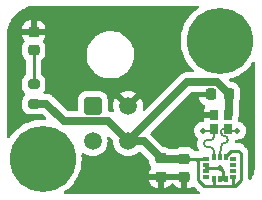
<source format=gtl>
G04 #@! TF.GenerationSoftware,KiCad,Pcbnew,(6.0.11-0)*
G04 #@! TF.CreationDate,2023-06-01T20:00:55-06:00*
G04 #@! TF.ProjectId,LIDPCB,4c494450-4342-42e6-9b69-6361645f7063,rev?*
G04 #@! TF.SameCoordinates,Original*
G04 #@! TF.FileFunction,Copper,L1,Top*
G04 #@! TF.FilePolarity,Positive*
%FSLAX46Y46*%
G04 Gerber Fmt 4.6, Leading zero omitted, Abs format (unit mm)*
G04 Created by KiCad (PCBNEW (6.0.11-0)) date 2023-06-01 20:00:55*
%MOMM*%
%LPD*%
G01*
G04 APERTURE LIST*
G04 Aperture macros list*
%AMRoundRect*
0 Rectangle with rounded corners*
0 $1 Rounding radius*
0 $2 $3 $4 $5 $6 $7 $8 $9 X,Y pos of 4 corners*
0 Add a 4 corners polygon primitive as box body*
4,1,4,$2,$3,$4,$5,$6,$7,$8,$9,$2,$3,0*
0 Add four circle primitives for the rounded corners*
1,1,$1+$1,$2,$3*
1,1,$1+$1,$4,$5*
1,1,$1+$1,$6,$7*
1,1,$1+$1,$8,$9*
0 Add four rect primitives between the rounded corners*
20,1,$1+$1,$2,$3,$4,$5,0*
20,1,$1+$1,$4,$5,$6,$7,0*
20,1,$1+$1,$6,$7,$8,$9,0*
20,1,$1+$1,$8,$9,$2,$3,0*%
G04 Aperture macros list end*
G04 #@! TA.AperFunction,ComponentPad*
%ADD10C,5.600000*%
G04 #@! TD*
G04 #@! TA.AperFunction,SMDPad,CuDef*
%ADD11RoundRect,0.225000X0.250000X-0.225000X0.250000X0.225000X-0.250000X0.225000X-0.250000X-0.225000X0*%
G04 #@! TD*
G04 #@! TA.AperFunction,SMDPad,CuDef*
%ADD12RoundRect,0.225000X-0.250000X0.225000X-0.250000X-0.225000X0.250000X-0.225000X0.250000X0.225000X0*%
G04 #@! TD*
G04 #@! TA.AperFunction,SMDPad,CuDef*
%ADD13R,0.600000X0.350000*%
G04 #@! TD*
G04 #@! TA.AperFunction,SMDPad,CuDef*
%ADD14R,0.350000X0.600000*%
G04 #@! TD*
G04 #@! TA.AperFunction,SMDPad,CuDef*
%ADD15R,0.660400X0.812800*%
G04 #@! TD*
G04 #@! TA.AperFunction,SMDPad,CuDef*
%ADD16RoundRect,0.225000X-0.225000X-0.250000X0.225000X-0.250000X0.225000X0.250000X-0.225000X0.250000X0*%
G04 #@! TD*
G04 #@! TA.AperFunction,SMDPad,CuDef*
%ADD17RoundRect,0.218750X-0.256250X0.218750X-0.256250X-0.218750X0.256250X-0.218750X0.256250X0.218750X0*%
G04 #@! TD*
G04 #@! TA.AperFunction,SMDPad,CuDef*
%ADD18RoundRect,0.200000X-0.275000X0.200000X-0.275000X-0.200000X0.275000X-0.200000X0.275000X0.200000X0*%
G04 #@! TD*
G04 #@! TA.AperFunction,ComponentPad*
%ADD19RoundRect,0.250001X-0.499999X-0.499999X0.499999X-0.499999X0.499999X0.499999X-0.499999X0.499999X0*%
G04 #@! TD*
G04 #@! TA.AperFunction,ComponentPad*
%ADD20C,1.500000*%
G04 #@! TD*
G04 #@! TA.AperFunction,ViaPad*
%ADD21C,0.500000*%
G04 #@! TD*
G04 #@! TA.AperFunction,Conductor*
%ADD22C,0.650000*%
G04 #@! TD*
G04 #@! TA.AperFunction,Conductor*
%ADD23C,0.250000*%
G04 #@! TD*
G04 #@! TA.AperFunction,Conductor*
%ADD24C,0.160000*%
G04 #@! TD*
G04 APERTURE END LIST*
D10*
X103500000Y-113500000D03*
D11*
X115500000Y-115025000D03*
X115500000Y-113475000D03*
D12*
X113500000Y-113450000D03*
X113500000Y-115000000D03*
D13*
X117340000Y-113500000D03*
X117340000Y-114000000D03*
X117340000Y-114500000D03*
X117340000Y-115000000D03*
D14*
X118000000Y-115160000D03*
X118500000Y-115160000D03*
X119000000Y-115160000D03*
D13*
X119660000Y-115000000D03*
X119660000Y-114500000D03*
X119660000Y-114000000D03*
X119660000Y-113500000D03*
D14*
X119000000Y-113340000D03*
X118500000Y-113340000D03*
X118000000Y-113340000D03*
D15*
X119199998Y-109806200D03*
X118000000Y-109806200D03*
X118000000Y-111000000D03*
X119199998Y-111000000D03*
D16*
X117725000Y-108000000D03*
X119275000Y-108000000D03*
D17*
X102750000Y-102712500D03*
X102750000Y-104287500D03*
D10*
X118500000Y-103500000D03*
D18*
X102750000Y-107175000D03*
X102750000Y-108825000D03*
D19*
X107750000Y-109000000D03*
D20*
X110750000Y-109000000D03*
X107750000Y-112000000D03*
X110750000Y-112000000D03*
D21*
X116300000Y-116100000D03*
X116200000Y-109400000D03*
X113600000Y-105200000D03*
X118500000Y-114300000D03*
X120700000Y-106900000D03*
X109100000Y-115000000D03*
X101300000Y-105700000D03*
X120700000Y-109600000D03*
X114700000Y-112000000D03*
X109500000Y-101400000D03*
X117100000Y-111100000D03*
X120000000Y-111100000D03*
D22*
X119275000Y-108000000D02*
X119275000Y-109731198D01*
X102750000Y-108825000D02*
X103825000Y-108825000D01*
D23*
X120075000Y-112790000D02*
X119425000Y-112790000D01*
X119660000Y-115000000D02*
X119660000Y-115640000D01*
X116700000Y-113700000D02*
X116700000Y-115300000D01*
X119425000Y-112790000D02*
X119000000Y-113215000D01*
X117185000Y-115785000D02*
X118000000Y-115785000D01*
D22*
X110750000Y-112000000D02*
X112050000Y-112000000D01*
D23*
X120300000Y-113015000D02*
X120075000Y-112790000D01*
D22*
X110750000Y-112000000D02*
X115750000Y-107000000D01*
X112050000Y-112000000D02*
X113500000Y-113450000D01*
D23*
X118000000Y-115785000D02*
X119515000Y-115785000D01*
X119815000Y-115785000D02*
X120300000Y-115300000D01*
X116500000Y-113500000D02*
X116700000Y-113700000D01*
D22*
X119275000Y-109731198D02*
X119199998Y-109806200D01*
X109050000Y-110300000D02*
X110750000Y-112000000D01*
D23*
X119660000Y-115640000D02*
X119515000Y-115785000D01*
D22*
X118275000Y-107000000D02*
X119275000Y-108000000D01*
D23*
X120300000Y-115300000D02*
X120300000Y-113015000D01*
D22*
X115750000Y-107000000D02*
X118275000Y-107000000D01*
D23*
X116700000Y-115300000D02*
X117185000Y-115785000D01*
X118000000Y-115785000D02*
X118000000Y-115160000D01*
D22*
X115500000Y-113475000D02*
X113525000Y-113475000D01*
D23*
X116500000Y-113500000D02*
X115525000Y-113500000D01*
D22*
X105300000Y-110300000D02*
X109050000Y-110300000D01*
X103825000Y-108825000D02*
X105300000Y-110300000D01*
D23*
X119515000Y-115785000D02*
X119815000Y-115785000D01*
X117340000Y-113500000D02*
X116500000Y-113500000D01*
X118740000Y-114540000D02*
X118500000Y-114300000D01*
X118500000Y-114300000D02*
X117400000Y-114300000D01*
X118740000Y-115160000D02*
X119000000Y-115160000D01*
X117340000Y-114500000D02*
X117340000Y-114240000D01*
X118500000Y-115160000D02*
X118740000Y-115160000D01*
X118740000Y-115160000D02*
X118740000Y-114540000D01*
X117340000Y-114240000D02*
X117340000Y-114000000D01*
X117400000Y-114300000D02*
X117340000Y-114240000D01*
X102750000Y-107175000D02*
X102750000Y-104287500D01*
D24*
X118000000Y-113340000D02*
X118000000Y-112800000D01*
X117100000Y-111100000D02*
X117900000Y-111100000D01*
X117462476Y-111900000D02*
X117700000Y-111900000D01*
X118000000Y-111600000D02*
X118000000Y-111550000D01*
X117700000Y-112500000D02*
X117462476Y-112500000D01*
X118000000Y-111550000D02*
X118000000Y-111000000D01*
X117462476Y-111899976D02*
G75*
G03*
X117162476Y-112200000I24J-300024D01*
G01*
X117162500Y-112200000D02*
G75*
G03*
X117462476Y-112500000I300000J0D01*
G01*
X118000000Y-111600000D02*
G75*
G02*
X117700000Y-111900000I-300000J0D01*
G01*
X117700000Y-112500000D02*
G75*
G02*
X118000000Y-112800000I0J-300000D01*
G01*
X118500000Y-112900000D02*
X118630200Y-112769800D01*
X118630200Y-112769800D02*
X118630200Y-112430200D01*
X118730200Y-111000000D02*
X119199998Y-111000000D01*
X118630200Y-111100000D02*
X118730200Y-111000000D01*
X118630200Y-111230200D02*
X118630200Y-111100000D01*
X119185150Y-111875250D02*
X119185150Y-111830200D01*
X118630200Y-111275250D02*
X118630200Y-111230200D01*
X120000000Y-111100000D02*
X119299998Y-111100000D01*
X118500000Y-113340000D02*
X118500000Y-112900000D01*
X119185225Y-111875250D02*
G75*
G02*
X118907675Y-112152725I-277525J50D01*
G01*
X118907675Y-112152700D02*
G75*
G03*
X118630200Y-112430200I25J-277500D01*
G01*
X118907675Y-111552750D02*
G75*
G02*
X119185150Y-111830200I25J-277450D01*
G01*
X118630175Y-111275250D02*
G75*
G03*
X118907675Y-111552725I277525J50D01*
G01*
G04 #@! TA.AperFunction,Conductor*
G36*
X109161632Y-111600179D02*
G01*
X109195672Y-111624419D01*
X109451949Y-111880696D01*
X109485975Y-111943008D01*
X109488375Y-111980772D01*
X109486693Y-112000000D01*
X109505885Y-112219371D01*
X109562880Y-112432076D01*
X109565205Y-112437061D01*
X109653618Y-112626666D01*
X109653621Y-112626671D01*
X109655944Y-112631653D01*
X109659100Y-112636160D01*
X109659101Y-112636162D01*
X109778587Y-112806805D01*
X109782251Y-112812038D01*
X109937962Y-112967749D01*
X109942471Y-112970906D01*
X109942473Y-112970908D01*
X109994038Y-113007014D01*
X110118346Y-113094056D01*
X110317924Y-113187120D01*
X110530629Y-113244115D01*
X110750000Y-113263307D01*
X110969371Y-113244115D01*
X111182076Y-113187120D01*
X111381654Y-113094056D01*
X111505962Y-113007014D01*
X111557527Y-112970908D01*
X111557529Y-112970906D01*
X111562038Y-112967749D01*
X111611425Y-112918362D01*
X111673737Y-112884336D01*
X111744552Y-112889401D01*
X111789615Y-112918362D01*
X112479595Y-113608342D01*
X112513621Y-113670654D01*
X112516500Y-113697437D01*
X112516500Y-113723732D01*
X112527113Y-113826019D01*
X112529295Y-113832559D01*
X112546516Y-113884175D01*
X112581244Y-113988268D01*
X112585096Y-113994492D01*
X112585096Y-113994493D01*
X112603865Y-114024823D01*
X112671248Y-114133713D01*
X112676430Y-114138886D01*
X112680977Y-114144623D01*
X112679170Y-114146055D01*
X112707902Y-114198575D01*
X112702892Y-114269395D01*
X112679501Y-114305853D01*
X112680552Y-114306683D01*
X112667002Y-114323840D01*
X112584996Y-114456880D01*
X112578849Y-114470061D01*
X112529509Y-114618814D01*
X112526642Y-114632190D01*
X112517328Y-114723097D01*
X112517071Y-114728126D01*
X112521475Y-114743124D01*
X112522865Y-114744329D01*
X112530548Y-114746000D01*
X114454947Y-114746000D01*
X114523068Y-114766002D01*
X114526957Y-114768914D01*
X114536548Y-114771000D01*
X115628000Y-114771000D01*
X115696121Y-114791002D01*
X115742614Y-114844658D01*
X115754000Y-114897000D01*
X115754000Y-115964885D01*
X115758475Y-115980124D01*
X115759865Y-115981329D01*
X115767548Y-115983000D01*
X115795438Y-115983000D01*
X115801953Y-115982663D01*
X115894057Y-115973106D01*
X115907456Y-115970212D01*
X116056107Y-115920619D01*
X116069279Y-115914448D01*
X116200188Y-115833440D01*
X116268640Y-115814603D01*
X116336410Y-115835765D01*
X116355586Y-115851490D01*
X116681343Y-116177247D01*
X116688887Y-116185537D01*
X116693000Y-116192018D01*
X116698777Y-116197443D01*
X116742667Y-116238658D01*
X116745509Y-116241413D01*
X116765231Y-116261135D01*
X116768355Y-116263558D01*
X116768359Y-116263562D01*
X116768424Y-116263612D01*
X116777452Y-116271324D01*
X116779935Y-116273656D01*
X116815896Y-116334871D01*
X116813054Y-116405810D01*
X116772310Y-116463952D01*
X116706600Y-116490835D01*
X116693676Y-116491500D01*
X105401120Y-116491500D01*
X105332999Y-116471498D01*
X105286506Y-116417842D01*
X105276402Y-116347568D01*
X105305896Y-116282988D01*
X105336789Y-116257161D01*
X105343207Y-116253350D01*
X105629786Y-116038180D01*
X105891451Y-115793319D01*
X106125140Y-115521630D01*
X106279445Y-115297115D01*
X106297780Y-115270438D01*
X112517000Y-115270438D01*
X112517337Y-115276953D01*
X112526894Y-115369057D01*
X112529788Y-115382456D01*
X112579381Y-115531107D01*
X112585555Y-115544286D01*
X112667788Y-115677173D01*
X112676824Y-115688574D01*
X112787429Y-115798986D01*
X112798840Y-115807998D01*
X112931880Y-115890004D01*
X112945061Y-115896151D01*
X113093814Y-115945491D01*
X113107190Y-115948358D01*
X113198097Y-115957672D01*
X113204513Y-115958000D01*
X113227885Y-115958000D01*
X113243124Y-115953525D01*
X113244329Y-115952135D01*
X113246000Y-115944452D01*
X113246000Y-115939885D01*
X113754000Y-115939885D01*
X113758475Y-115955124D01*
X113759865Y-115956329D01*
X113767548Y-115958000D01*
X113795438Y-115958000D01*
X113801953Y-115957663D01*
X113894057Y-115948106D01*
X113907456Y-115945212D01*
X114056107Y-115895619D01*
X114069286Y-115889445D01*
X114202173Y-115807212D01*
X114213574Y-115798176D01*
X114323986Y-115687571D01*
X114332998Y-115676160D01*
X114384983Y-115591825D01*
X114437756Y-115544332D01*
X114507827Y-115532908D01*
X114572951Y-115561182D01*
X114599387Y-115591638D01*
X114667788Y-115702173D01*
X114676824Y-115713574D01*
X114787429Y-115823986D01*
X114798840Y-115832998D01*
X114931880Y-115915004D01*
X114945061Y-115921151D01*
X115093814Y-115970491D01*
X115107190Y-115973358D01*
X115198097Y-115982672D01*
X115204513Y-115983000D01*
X115227885Y-115983000D01*
X115243124Y-115978525D01*
X115244329Y-115977135D01*
X115246000Y-115969452D01*
X115246000Y-115297115D01*
X115241525Y-115281876D01*
X115240135Y-115280671D01*
X115232452Y-115279000D01*
X114545053Y-115279000D01*
X114476932Y-115258998D01*
X114473043Y-115256086D01*
X114463452Y-115254000D01*
X113772115Y-115254000D01*
X113756876Y-115258475D01*
X113755671Y-115259865D01*
X113754000Y-115267548D01*
X113754000Y-115939885D01*
X113246000Y-115939885D01*
X113246000Y-115272115D01*
X113241525Y-115256876D01*
X113240135Y-115255671D01*
X113232452Y-115254000D01*
X112535115Y-115254000D01*
X112519876Y-115258475D01*
X112518671Y-115259865D01*
X112517000Y-115267548D01*
X112517000Y-115270438D01*
X106297780Y-115270438D01*
X106326190Y-115229101D01*
X106326195Y-115229094D01*
X106328120Y-115226292D01*
X106329732Y-115223298D01*
X106329737Y-115223290D01*
X106496395Y-114913772D01*
X106498017Y-114910760D01*
X106622771Y-114603527D01*
X106631562Y-114581877D01*
X106631564Y-114581872D01*
X106632842Y-114578724D01*
X106731020Y-114234070D01*
X106766787Y-114024823D01*
X106790829Y-113884175D01*
X106790829Y-113884173D01*
X106791401Y-113880828D01*
X106794354Y-113832559D01*
X106813168Y-113524928D01*
X106813278Y-113523131D01*
X106813359Y-113500000D01*
X106793979Y-113142159D01*
X106791393Y-113126367D01*
X106800124Y-113055909D01*
X106845561Y-113001356D01*
X106913278Y-112980029D01*
X106981777Y-112998698D01*
X106988008Y-113002792D01*
X106994038Y-113007014D01*
X107118346Y-113094056D01*
X107317924Y-113187120D01*
X107530629Y-113244115D01*
X107750000Y-113263307D01*
X107969371Y-113244115D01*
X108182076Y-113187120D01*
X108381654Y-113094056D01*
X108505962Y-113007014D01*
X108557527Y-112970908D01*
X108557529Y-112970906D01*
X108562038Y-112967749D01*
X108717749Y-112812038D01*
X108721414Y-112806805D01*
X108840899Y-112636162D01*
X108840900Y-112636160D01*
X108844056Y-112631653D01*
X108846379Y-112626671D01*
X108846382Y-112626666D01*
X108934795Y-112437061D01*
X108937120Y-112432076D01*
X108994115Y-112219371D01*
X109013307Y-112000000D01*
X108994115Y-111780629D01*
X108992693Y-111775323D01*
X108992692Y-111775316D01*
X108984870Y-111746125D01*
X108986560Y-111675149D01*
X109026354Y-111616353D01*
X109091619Y-111588405D01*
X109161632Y-111600179D01*
G37*
G04 #@! TD.AperFunction*
G04 #@! TA.AperFunction,Conductor*
G36*
X121450919Y-105301733D02*
G01*
X121487436Y-105362618D01*
X121491500Y-105394359D01*
X121491500Y-113950633D01*
X121490000Y-113970018D01*
X121487690Y-113984851D01*
X121487690Y-113984855D01*
X121486309Y-113993724D01*
X121488558Y-114010919D01*
X121489391Y-114034863D01*
X121473794Y-114292710D01*
X121471960Y-114307814D01*
X121465272Y-114344308D01*
X121422916Y-114575446D01*
X121420477Y-114588754D01*
X121416836Y-114603526D01*
X121366207Y-114766002D01*
X121331859Y-114876227D01*
X121326466Y-114890445D01*
X121209243Y-115150906D01*
X121202172Y-115164379D01*
X121167328Y-115222017D01*
X121114969Y-115269966D01*
X121044999Y-115281995D01*
X120979633Y-115254286D01*
X120939624Y-115195636D01*
X120933500Y-115156832D01*
X120933500Y-113093767D01*
X120934027Y-113082584D01*
X120935702Y-113075091D01*
X120933562Y-113007014D01*
X120933500Y-113003055D01*
X120933500Y-112975144D01*
X120932995Y-112971144D01*
X120932062Y-112959301D01*
X120930922Y-112923030D01*
X120930673Y-112915111D01*
X120925021Y-112895657D01*
X120921013Y-112876300D01*
X120919468Y-112864070D01*
X120919468Y-112864069D01*
X120918474Y-112856203D01*
X120915555Y-112848830D01*
X120902196Y-112815088D01*
X120898351Y-112803858D01*
X120888229Y-112769017D01*
X120888229Y-112769016D01*
X120886018Y-112761407D01*
X120881985Y-112754588D01*
X120881983Y-112754583D01*
X120875707Y-112743972D01*
X120867012Y-112726224D01*
X120859552Y-112707383D01*
X120836475Y-112675619D01*
X120833564Y-112671613D01*
X120827048Y-112661693D01*
X120808580Y-112630465D01*
X120808578Y-112630462D01*
X120804542Y-112623638D01*
X120790218Y-112609314D01*
X120777383Y-112594287D01*
X120765472Y-112577893D01*
X120731403Y-112549708D01*
X120722625Y-112541720D01*
X120578648Y-112397744D01*
X120571112Y-112389462D01*
X120567000Y-112382982D01*
X120551057Y-112368010D01*
X120517348Y-112336356D01*
X120514506Y-112333601D01*
X120494770Y-112313865D01*
X120491573Y-112311385D01*
X120482551Y-112303680D01*
X120456100Y-112278841D01*
X120450321Y-112273414D01*
X120443375Y-112269595D01*
X120443372Y-112269593D01*
X120432566Y-112263652D01*
X120416047Y-112252801D01*
X120415583Y-112252441D01*
X120400041Y-112240386D01*
X120392772Y-112237241D01*
X120392768Y-112237238D01*
X120359463Y-112222826D01*
X120348813Y-112217609D01*
X120310060Y-112196305D01*
X120290437Y-112191267D01*
X120271734Y-112184863D01*
X120260420Y-112179967D01*
X120260419Y-112179967D01*
X120253145Y-112176819D01*
X120245322Y-112175580D01*
X120245312Y-112175577D01*
X120209476Y-112169901D01*
X120197856Y-112167495D01*
X120162711Y-112158472D01*
X120162710Y-112158472D01*
X120155030Y-112156500D01*
X120134776Y-112156500D01*
X120115065Y-112154949D01*
X120102886Y-112153020D01*
X120095057Y-112151780D01*
X120087165Y-112152526D01*
X120051039Y-112155941D01*
X120039181Y-112156500D01*
X119889219Y-112156500D01*
X119821098Y-112136498D01*
X119774605Y-112082842D01*
X119763828Y-112018127D01*
X119768980Y-111965914D01*
X119795575Y-111900087D01*
X119853536Y-111859087D01*
X119911034Y-111853394D01*
X119948161Y-111858348D01*
X119977035Y-111862201D01*
X119977038Y-111862201D01*
X119984015Y-111863132D01*
X119991026Y-111862494D01*
X119991030Y-111862494D01*
X120146462Y-111848348D01*
X120153483Y-111847709D01*
X120160185Y-111845531D01*
X120160187Y-111845531D01*
X120308623Y-111797301D01*
X120308626Y-111797300D01*
X120315322Y-111795124D01*
X120461490Y-111707990D01*
X120466584Y-111703139D01*
X120466588Y-111703136D01*
X120549248Y-111624419D01*
X120584721Y-111590639D01*
X120678891Y-111448902D01*
X120739319Y-111289825D01*
X120763001Y-111121313D01*
X120763299Y-111100000D01*
X120744331Y-110930892D01*
X120688368Y-110770189D01*
X120682383Y-110760610D01*
X120645726Y-110701949D01*
X120598192Y-110625879D01*
X120478286Y-110505132D01*
X120462039Y-110494821D01*
X120423406Y-110470304D01*
X120334608Y-110413951D01*
X120306416Y-110403912D01*
X120180935Y-110359230D01*
X120180930Y-110359229D01*
X120174300Y-110356868D01*
X120167312Y-110356035D01*
X120167309Y-110356034D01*
X120149779Y-110353944D01*
X120084506Y-110326016D01*
X120044693Y-110267233D01*
X120038698Y-110228830D01*
X120038698Y-110096888D01*
X120051838Y-110040864D01*
X120058813Y-110026813D01*
X120061847Y-110020701D01*
X120063498Y-110014080D01*
X120064409Y-110011604D01*
X120064611Y-110011119D01*
X120064803Y-110010577D01*
X120064957Y-110010053D01*
X120065799Y-110007580D01*
X120068685Y-110001390D01*
X120085897Y-109924387D01*
X120086584Y-109921486D01*
X120104005Y-109851612D01*
X120105658Y-109844984D01*
X120105849Y-109838154D01*
X120106202Y-109835574D01*
X120106397Y-109834491D01*
X120107062Y-109829701D01*
X120108190Y-109824655D01*
X120108500Y-109819110D01*
X120108500Y-109744992D01*
X120108549Y-109741474D01*
X120109016Y-109724752D01*
X120110714Y-109663958D01*
X120109435Y-109657250D01*
X120108906Y-109650681D01*
X120108500Y-109640574D01*
X120108500Y-108696454D01*
X120127240Y-108630338D01*
X120165462Y-108568331D01*
X120165463Y-108568329D01*
X120169302Y-108562101D01*
X120223149Y-108399757D01*
X120233500Y-108298732D01*
X120233500Y-107701268D01*
X120222887Y-107598981D01*
X120168756Y-107436732D01*
X120078752Y-107291287D01*
X119957702Y-107170448D01*
X119812101Y-107080698D01*
X119649757Y-107026851D01*
X119642920Y-107026151D01*
X119642918Y-107026150D01*
X119601599Y-107021917D01*
X119548732Y-107016500D01*
X119522437Y-107016500D01*
X119454316Y-106996498D01*
X119433342Y-106979595D01*
X119349796Y-106896049D01*
X119315770Y-106833737D01*
X119320835Y-106762922D01*
X119363382Y-106706086D01*
X119399328Y-106687326D01*
X119616784Y-106615409D01*
X119708968Y-106584922D01*
X120035066Y-106436311D01*
X120199869Y-106338458D01*
X120340262Y-106255099D01*
X120340267Y-106255096D01*
X120343207Y-106253350D01*
X120355694Y-106243975D01*
X120450713Y-106172632D01*
X120629786Y-106038180D01*
X120891451Y-105793319D01*
X121125140Y-105521630D01*
X121261660Y-105322992D01*
X121316728Y-105278181D01*
X121387281Y-105270256D01*
X121450919Y-105301733D01*
G37*
G04 #@! TD.AperFunction*
G04 #@! TA.AperFunction,Conductor*
G36*
X117921121Y-107853502D02*
G01*
X117967614Y-107907158D01*
X117979000Y-107959500D01*
X117979000Y-108128000D01*
X117958998Y-108196121D01*
X117905342Y-108242614D01*
X117853000Y-108254000D01*
X116785115Y-108254000D01*
X116769876Y-108258475D01*
X116768671Y-108259865D01*
X116767000Y-108267548D01*
X116767000Y-108295438D01*
X116767337Y-108301953D01*
X116776894Y-108394057D01*
X116779788Y-108407456D01*
X116829381Y-108556107D01*
X116835555Y-108569286D01*
X116917788Y-108702173D01*
X116926824Y-108713574D01*
X117037429Y-108823986D01*
X117048840Y-108832998D01*
X117181881Y-108915005D01*
X117201575Y-108924189D01*
X117254859Y-108971107D01*
X117274319Y-109039385D01*
X117253776Y-109107344D01*
X117249149Y-109113948D01*
X117225014Y-109146151D01*
X117216476Y-109161746D01*
X117171322Y-109282194D01*
X117167695Y-109297449D01*
X117162169Y-109348314D01*
X117161800Y-109355128D01*
X117161800Y-109534085D01*
X117166275Y-109549324D01*
X117167665Y-109550529D01*
X117175348Y-109552200D01*
X118128000Y-109552200D01*
X118196121Y-109572202D01*
X118242614Y-109625858D01*
X118254000Y-109678200D01*
X118254000Y-109934200D01*
X118233998Y-110002321D01*
X118180342Y-110048814D01*
X118128000Y-110060200D01*
X117179916Y-110060200D01*
X117164677Y-110064675D01*
X117163472Y-110066065D01*
X117161801Y-110073748D01*
X117161801Y-110217333D01*
X117141799Y-110285454D01*
X117088143Y-110331947D01*
X117048972Y-110342643D01*
X117014166Y-110346301D01*
X116936093Y-110354507D01*
X116929422Y-110356778D01*
X116781673Y-110407075D01*
X116781670Y-110407076D01*
X116775003Y-110409346D01*
X116769005Y-110413036D01*
X116769003Y-110413037D01*
X116636065Y-110494821D01*
X116636063Y-110494823D01*
X116630066Y-110498512D01*
X116508486Y-110617573D01*
X116504675Y-110623487D01*
X116504673Y-110623489D01*
X116427333Y-110743496D01*
X116416304Y-110760610D01*
X116358103Y-110920516D01*
X116336775Y-111089343D01*
X116353381Y-111258699D01*
X116407094Y-111420167D01*
X116410741Y-111426189D01*
X116410742Y-111426191D01*
X116424497Y-111448902D01*
X116495246Y-111565723D01*
X116613455Y-111688132D01*
X116615377Y-111689389D01*
X116654064Y-111746668D01*
X116655685Y-111817646D01*
X116645135Y-111844308D01*
X116640553Y-111852881D01*
X116640550Y-111852889D01*
X116637632Y-111858348D01*
X116586831Y-112025828D01*
X116586225Y-112031981D01*
X116586224Y-112031986D01*
X116572192Y-112174459D01*
X116571721Y-112178553D01*
X116569976Y-112191810D01*
X116568898Y-112200000D01*
X116569976Y-112208189D01*
X116569976Y-112208190D01*
X116571816Y-112222168D01*
X116572287Y-112226262D01*
X116586854Y-112374168D01*
X116637654Y-112541643D01*
X116640570Y-112547099D01*
X116640571Y-112547101D01*
X116712195Y-112681106D01*
X116726666Y-112750613D01*
X116701261Y-112816908D01*
X116644047Y-112858945D01*
X116601072Y-112866500D01*
X116559776Y-112866500D01*
X116540065Y-112864949D01*
X116534516Y-112864070D01*
X116520057Y-112861780D01*
X116512165Y-112862526D01*
X116476039Y-112865941D01*
X116464181Y-112866500D01*
X116445499Y-112866500D01*
X116377378Y-112846498D01*
X116338356Y-112806805D01*
X116332605Y-112797512D01*
X116332601Y-112797507D01*
X116328752Y-112791287D01*
X116207702Y-112670448D01*
X116136675Y-112626666D01*
X116068331Y-112584538D01*
X116068329Y-112584537D01*
X116062101Y-112580698D01*
X115899757Y-112526851D01*
X115892920Y-112526151D01*
X115892918Y-112526150D01*
X115851599Y-112521917D01*
X115798732Y-112516500D01*
X115201268Y-112516500D01*
X115198022Y-112516837D01*
X115198018Y-112516837D01*
X115163917Y-112520375D01*
X115098981Y-112527113D01*
X115092440Y-112529295D01*
X115092441Y-112529295D01*
X114943676Y-112578927D01*
X114943674Y-112578928D01*
X114936732Y-112581244D01*
X114869827Y-112622646D01*
X114803527Y-112641500D01*
X114237011Y-112641500D01*
X114170895Y-112622760D01*
X114170709Y-112622645D01*
X114103544Y-112581244D01*
X114068331Y-112559538D01*
X114068329Y-112559537D01*
X114062101Y-112555698D01*
X113899757Y-112501851D01*
X113892920Y-112501151D01*
X113892918Y-112501150D01*
X113851599Y-112496917D01*
X113798732Y-112491500D01*
X113772437Y-112491500D01*
X113704316Y-112471498D01*
X113683342Y-112454595D01*
X112667910Y-111439163D01*
X112660423Y-111430988D01*
X112660361Y-111430914D01*
X112631945Y-111365852D01*
X112643214Y-111295756D01*
X112667848Y-111260899D01*
X116058342Y-107870405D01*
X116120654Y-107836379D01*
X116147437Y-107833500D01*
X117853000Y-107833500D01*
X117921121Y-107853502D01*
G37*
G04 #@! TD.AperFunction*
G04 #@! TA.AperFunction,Conductor*
G36*
X116668127Y-100528502D02*
G01*
X116714620Y-100582158D01*
X116724724Y-100652432D01*
X116695230Y-100717012D01*
X116664715Y-100742614D01*
X116647193Y-100753101D01*
X116644467Y-100755163D01*
X116644465Y-100755164D01*
X116381243Y-100954238D01*
X116361367Y-100969270D01*
X116100559Y-101215043D01*
X115867819Y-101487546D01*
X115865900Y-101490358D01*
X115865897Y-101490363D01*
X115797120Y-101591187D01*
X115665871Y-101783591D01*
X115497077Y-102099714D01*
X115363411Y-102432218D01*
X115362491Y-102435492D01*
X115362489Y-102435497D01*
X115275607Y-102744591D01*
X115266437Y-102777213D01*
X115265875Y-102780570D01*
X115265875Y-102780571D01*
X115216769Y-103074021D01*
X115207290Y-103130663D01*
X115186661Y-103488434D01*
X115186833Y-103491829D01*
X115186833Y-103491830D01*
X115193019Y-103613945D01*
X115204792Y-103846340D01*
X115205329Y-103849695D01*
X115205330Y-103849701D01*
X115232156Y-104017178D01*
X115261470Y-104200195D01*
X115356033Y-104545859D01*
X115487374Y-104879288D01*
X115488957Y-104882303D01*
X115638472Y-105167087D01*
X115653957Y-105196582D01*
X115655858Y-105199411D01*
X115655864Y-105199421D01*
X115727657Y-105306259D01*
X115853834Y-105494029D01*
X116084665Y-105768150D01*
X116246548Y-105922848D01*
X116274339Y-105949406D01*
X116309769Y-106010930D01*
X116306312Y-106081843D01*
X116265066Y-106139629D01*
X116199126Y-106165943D01*
X116187288Y-106166500D01*
X115790351Y-106166500D01*
X115779808Y-106166058D01*
X115729515Y-106161835D01*
X115722755Y-106162737D01*
X115722754Y-106162737D01*
X115702981Y-106165375D01*
X115651345Y-106172265D01*
X115648344Y-106172628D01*
X115586256Y-106179373D01*
X115576747Y-106180406D01*
X115569963Y-106181143D01*
X115563497Y-106183319D01*
X115560937Y-106183882D01*
X115560413Y-106183975D01*
X115559828Y-106184111D01*
X115559328Y-106184256D01*
X115556772Y-106184884D01*
X115550011Y-106185786D01*
X115475904Y-106212759D01*
X115473083Y-106213747D01*
X115398325Y-106238906D01*
X115392477Y-106242420D01*
X115390096Y-106243520D01*
X115389601Y-106243724D01*
X115389076Y-106243975D01*
X115388604Y-106244232D01*
X115386252Y-106245389D01*
X115379835Y-106247725D01*
X115313246Y-106289984D01*
X115310658Y-106291581D01*
X115243095Y-106332177D01*
X115238141Y-106336862D01*
X115236038Y-106338458D01*
X115235162Y-106339068D01*
X115231307Y-106341983D01*
X115226930Y-106344761D01*
X115222790Y-106348463D01*
X115170386Y-106400867D01*
X115167864Y-106403320D01*
X115111515Y-106456607D01*
X115107680Y-106462251D01*
X115103400Y-106467279D01*
X115096541Y-106474712D01*
X112194964Y-109376289D01*
X112132652Y-109410315D01*
X112061837Y-109405250D01*
X112005001Y-109362703D01*
X111980190Y-109296183D01*
X111984162Y-109254584D01*
X111992195Y-109224602D01*
X111994099Y-109213804D01*
X112012326Y-109005475D01*
X112012326Y-108994525D01*
X111994099Y-108786196D01*
X111992196Y-108775401D01*
X111938072Y-108573405D01*
X111934326Y-108563113D01*
X111845946Y-108373583D01*
X111840466Y-108364093D01*
X111811589Y-108322851D01*
X111801113Y-108314477D01*
X111787666Y-108321545D01*
X111109210Y-109000000D01*
X110839095Y-109270116D01*
X110776783Y-109304141D01*
X110705967Y-109299076D01*
X110660905Y-109270115D01*
X110390790Y-109000000D01*
X109711613Y-108320824D01*
X109699839Y-108314394D01*
X109687824Y-108323690D01*
X109659534Y-108364093D01*
X109654054Y-108373583D01*
X109565674Y-108563113D01*
X109561928Y-108573405D01*
X109507804Y-108775401D01*
X109505901Y-108786196D01*
X109487674Y-108994525D01*
X109487674Y-109005475D01*
X109505901Y-109213804D01*
X109507804Y-109224599D01*
X109550578Y-109384235D01*
X109548888Y-109455212D01*
X109509094Y-109514007D01*
X109443829Y-109541955D01*
X109372846Y-109529705D01*
X109339503Y-109513153D01*
X109332885Y-109511503D01*
X109330402Y-109510589D01*
X109329914Y-109510386D01*
X109329390Y-109510200D01*
X109328855Y-109510043D01*
X109326382Y-109509201D01*
X109320192Y-109506315D01*
X109243189Y-109489103D01*
X109240307Y-109488421D01*
X109163786Y-109469342D01*
X109156956Y-109469151D01*
X109154376Y-109468798D01*
X109153293Y-109468603D01*
X109148503Y-109467938D01*
X109143457Y-109466810D01*
X109137912Y-109466500D01*
X109134500Y-109466500D01*
X109066379Y-109446498D01*
X109019886Y-109392842D01*
X109008500Y-109340500D01*
X109008500Y-108449600D01*
X109008163Y-108446350D01*
X108998238Y-108350693D01*
X108998237Y-108350689D01*
X108997526Y-108343835D01*
X108993345Y-108331301D01*
X108943868Y-108183003D01*
X108941550Y-108176055D01*
X108848478Y-108025652D01*
X108771579Y-107948887D01*
X110064477Y-107948887D01*
X110071545Y-107962334D01*
X110737189Y-108627979D01*
X110751132Y-108635592D01*
X110752966Y-108635461D01*
X110759580Y-108631210D01*
X111429180Y-107961609D01*
X111435607Y-107949839D01*
X111426313Y-107937825D01*
X111385912Y-107909536D01*
X111376416Y-107904053D01*
X111186887Y-107815674D01*
X111176595Y-107811928D01*
X110974599Y-107757804D01*
X110963804Y-107755901D01*
X110755475Y-107737674D01*
X110744525Y-107737674D01*
X110536196Y-107755901D01*
X110525401Y-107757804D01*
X110323405Y-107811928D01*
X110313113Y-107815674D01*
X110123583Y-107904054D01*
X110114093Y-107909534D01*
X110072851Y-107938411D01*
X110064477Y-107948887D01*
X108771579Y-107948887D01*
X108723303Y-107900695D01*
X108646742Y-107853502D01*
X108578968Y-107811725D01*
X108578966Y-107811724D01*
X108572738Y-107807885D01*
X108421748Y-107757804D01*
X108411389Y-107754368D01*
X108411387Y-107754368D01*
X108404861Y-107752203D01*
X108398025Y-107751503D01*
X108398022Y-107751502D01*
X108354969Y-107747091D01*
X108300400Y-107741500D01*
X107199600Y-107741500D01*
X107196354Y-107741837D01*
X107196350Y-107741837D01*
X107100693Y-107751762D01*
X107100689Y-107751763D01*
X107093835Y-107752474D01*
X107087299Y-107754655D01*
X107087297Y-107754655D01*
X106955195Y-107798728D01*
X106926055Y-107808450D01*
X106775652Y-107901522D01*
X106650695Y-108026697D01*
X106646855Y-108032927D01*
X106646854Y-108032928D01*
X106562956Y-108169036D01*
X106557885Y-108177262D01*
X106555581Y-108184209D01*
X106509596Y-108322851D01*
X106502203Y-108345139D01*
X106491500Y-108449600D01*
X106491500Y-109340500D01*
X106471498Y-109408621D01*
X106417842Y-109455114D01*
X106365500Y-109466500D01*
X105697437Y-109466500D01*
X105629316Y-109446498D01*
X105608342Y-109429595D01*
X104442910Y-108264163D01*
X104435767Y-108256396D01*
X104407594Y-108223057D01*
X104407590Y-108223053D01*
X104403187Y-108217843D01*
X104340557Y-108169959D01*
X104338198Y-108168110D01*
X104276714Y-108118675D01*
X104270604Y-108115642D01*
X104268391Y-108114227D01*
X104267968Y-108113931D01*
X104267452Y-108113610D01*
X104266981Y-108113351D01*
X104264747Y-108111998D01*
X104259322Y-108107850D01*
X104253136Y-108104966D01*
X104253132Y-108104963D01*
X104187898Y-108074545D01*
X104185122Y-108073209D01*
X104114503Y-108038153D01*
X104107885Y-108036503D01*
X104105402Y-108035589D01*
X104104914Y-108035386D01*
X104104390Y-108035200D01*
X104103855Y-108035043D01*
X104101382Y-108034201D01*
X104095192Y-108031315D01*
X104018189Y-108014103D01*
X104015307Y-108013421D01*
X103938786Y-107994342D01*
X103931956Y-107994151D01*
X103929376Y-107993798D01*
X103928293Y-107993603D01*
X103923503Y-107992938D01*
X103918457Y-107991810D01*
X103912912Y-107991500D01*
X103838794Y-107991500D01*
X103835276Y-107991451D01*
X103833630Y-107991405D01*
X103757760Y-107989286D01*
X103751052Y-107990565D01*
X103744483Y-107991094D01*
X103734376Y-107991500D01*
X103703591Y-107991500D01*
X103635470Y-107971498D01*
X103588977Y-107917842D01*
X103578873Y-107847568D01*
X103595815Y-107800229D01*
X103675472Y-107668699D01*
X103726753Y-107505062D01*
X103733500Y-107431635D01*
X103733499Y-106918366D01*
X103733234Y-106915474D01*
X103727364Y-106851592D01*
X103726753Y-106844938D01*
X103701051Y-106762922D01*
X103677744Y-106688550D01*
X103677743Y-106688548D01*
X103675472Y-106681301D01*
X103586639Y-106534619D01*
X103465381Y-106413361D01*
X103444229Y-106400551D01*
X103396322Y-106348154D01*
X103383500Y-106292775D01*
X103383500Y-105198266D01*
X103403502Y-105130145D01*
X103443198Y-105091121D01*
X103454830Y-105083923D01*
X103454829Y-105083923D01*
X103461055Y-105080071D01*
X103580864Y-104960053D01*
X103669849Y-104815692D01*
X103723238Y-104654731D01*
X103727848Y-104609733D01*
X107237822Y-104609733D01*
X107237975Y-104614121D01*
X107237975Y-104614127D01*
X107247235Y-104879288D01*
X107247625Y-104890458D01*
X107248387Y-104894781D01*
X107248388Y-104894788D01*
X107272164Y-105029624D01*
X107296402Y-105167087D01*
X107383203Y-105434235D01*
X107385131Y-105438188D01*
X107385133Y-105438193D01*
X107427091Y-105524218D01*
X107506340Y-105686702D01*
X107508795Y-105690341D01*
X107508798Y-105690347D01*
X107559520Y-105765545D01*
X107663415Y-105919576D01*
X107851371Y-106128322D01*
X108066550Y-106308879D01*
X108304764Y-106457731D01*
X108561375Y-106571982D01*
X108831390Y-106649407D01*
X108835740Y-106650018D01*
X108835743Y-106650019D01*
X108938690Y-106664487D01*
X109109552Y-106688500D01*
X109320146Y-106688500D01*
X109322332Y-106688347D01*
X109322336Y-106688347D01*
X109525827Y-106674118D01*
X109525832Y-106674117D01*
X109530212Y-106673811D01*
X109804970Y-106615409D01*
X109809099Y-106613906D01*
X109809103Y-106613905D01*
X110064781Y-106520846D01*
X110064785Y-106520844D01*
X110068926Y-106519337D01*
X110316942Y-106387464D01*
X110371048Y-106348154D01*
X110540629Y-106224947D01*
X110540632Y-106224944D01*
X110544192Y-106222358D01*
X110582064Y-106185786D01*
X110644947Y-106125060D01*
X110746252Y-106027231D01*
X110919188Y-105805882D01*
X110921384Y-105802078D01*
X110921389Y-105802071D01*
X111057435Y-105566431D01*
X111059636Y-105562619D01*
X111164862Y-105302176D01*
X111198544Y-105167087D01*
X111231753Y-105033893D01*
X111231754Y-105033888D01*
X111232817Y-105029624D01*
X111239481Y-104966224D01*
X111261719Y-104754636D01*
X111261719Y-104754633D01*
X111262178Y-104750267D01*
X111258842Y-104654731D01*
X111252529Y-104473939D01*
X111252528Y-104473933D01*
X111252375Y-104469542D01*
X111228608Y-104334749D01*
X111204360Y-104197236D01*
X111203598Y-104192913D01*
X111116797Y-103925765D01*
X111114117Y-103920269D01*
X111035046Y-103758151D01*
X110993660Y-103673298D01*
X110991205Y-103669659D01*
X110991202Y-103669653D01*
X110872814Y-103494136D01*
X110836585Y-103440424D01*
X110648629Y-103231678D01*
X110433450Y-103051121D01*
X110195236Y-102902269D01*
X109938625Y-102788018D01*
X109668610Y-102710593D01*
X109664260Y-102709982D01*
X109664257Y-102709981D01*
X109537637Y-102692186D01*
X109390448Y-102671500D01*
X109179854Y-102671500D01*
X109177668Y-102671653D01*
X109177664Y-102671653D01*
X108974173Y-102685882D01*
X108974168Y-102685883D01*
X108969788Y-102686189D01*
X108695030Y-102744591D01*
X108690901Y-102746094D01*
X108690897Y-102746095D01*
X108435219Y-102839154D01*
X108435215Y-102839156D01*
X108431074Y-102840663D01*
X108183058Y-102972536D01*
X108179499Y-102975122D01*
X108179497Y-102975123D01*
X107965414Y-103130663D01*
X107955808Y-103137642D01*
X107753748Y-103332769D01*
X107580812Y-103554118D01*
X107578616Y-103557922D01*
X107578611Y-103557929D01*
X107466605Y-103751930D01*
X107440364Y-103797381D01*
X107335138Y-104057824D01*
X107334073Y-104062097D01*
X107334072Y-104062099D01*
X107300379Y-104197236D01*
X107267183Y-104330376D01*
X107266724Y-104334744D01*
X107266723Y-104334749D01*
X107243283Y-104557771D01*
X107237822Y-104609733D01*
X103727848Y-104609733D01*
X103733500Y-104554572D01*
X103733500Y-104020428D01*
X103722978Y-103919018D01*
X103669308Y-103758151D01*
X103580071Y-103613945D01*
X103554841Y-103588759D01*
X103520762Y-103526477D01*
X103525765Y-103455657D01*
X103554686Y-103410568D01*
X103575298Y-103389920D01*
X103584310Y-103378509D01*
X103665553Y-103246709D01*
X103671697Y-103233532D01*
X103720579Y-103086157D01*
X103723445Y-103072790D01*
X103732614Y-102983300D01*
X103728525Y-102969376D01*
X103727135Y-102968171D01*
X103719452Y-102966500D01*
X101785115Y-102966500D01*
X101769876Y-102970975D01*
X101768671Y-102972365D01*
X101767158Y-102979321D01*
X101767337Y-102982782D01*
X101776804Y-103074021D01*
X101779697Y-103087417D01*
X101828830Y-103234687D01*
X101835004Y-103247866D01*
X101916470Y-103379514D01*
X101925506Y-103390915D01*
X101945158Y-103410533D01*
X101979237Y-103472816D01*
X101974234Y-103543636D01*
X101945314Y-103588723D01*
X101919136Y-103614947D01*
X101830151Y-103759308D01*
X101827846Y-103766256D01*
X101827846Y-103766257D01*
X101800169Y-103849701D01*
X101776762Y-103920269D01*
X101766500Y-104020428D01*
X101766500Y-104554572D01*
X101777022Y-104655982D01*
X101830692Y-104816849D01*
X101919929Y-104961055D01*
X102039947Y-105080864D01*
X102046177Y-105084704D01*
X102046178Y-105084705D01*
X102056616Y-105091139D01*
X102104110Y-105143912D01*
X102116500Y-105198399D01*
X102116500Y-106292775D01*
X102096498Y-106360896D01*
X102055771Y-106400551D01*
X102034619Y-106413361D01*
X101913361Y-106534619D01*
X101824528Y-106681301D01*
X101773247Y-106844938D01*
X101766500Y-106918365D01*
X101766501Y-107431634D01*
X101766764Y-107434492D01*
X101766764Y-107434501D01*
X101766969Y-107436732D01*
X101773247Y-107505062D01*
X101775246Y-107511440D01*
X101775246Y-107511441D01*
X101802680Y-107598981D01*
X101824528Y-107668699D01*
X101913361Y-107815381D01*
X102008885Y-107910905D01*
X102042911Y-107973217D01*
X102037846Y-108044032D01*
X102008885Y-108089095D01*
X101913361Y-108184619D01*
X101824528Y-108331301D01*
X101822257Y-108338548D01*
X101822256Y-108338550D01*
X101805218Y-108392918D01*
X101773247Y-108494938D01*
X101766500Y-108568365D01*
X101766501Y-109081634D01*
X101773247Y-109155062D01*
X101775246Y-109161440D01*
X101775246Y-109161441D01*
X101819966Y-109304141D01*
X101824528Y-109318699D01*
X101913361Y-109465381D01*
X102034619Y-109586639D01*
X102181301Y-109675472D01*
X102188548Y-109677743D01*
X102188550Y-109677744D01*
X102244907Y-109695405D01*
X102344938Y-109726753D01*
X102418365Y-109733500D01*
X102421263Y-109733500D01*
X102750860Y-109733499D01*
X103081634Y-109733499D01*
X103084492Y-109733236D01*
X103084501Y-109733236D01*
X103120004Y-109729974D01*
X103155062Y-109726753D01*
X103161447Y-109724752D01*
X103311450Y-109677744D01*
X103311452Y-109677743D01*
X103318699Y-109675472D01*
X103325194Y-109671538D01*
X103329350Y-109669662D01*
X103381198Y-109658500D01*
X103427563Y-109658500D01*
X103495684Y-109678502D01*
X103516658Y-109695405D01*
X103800072Y-109978819D01*
X103834098Y-110041131D01*
X103829033Y-110111946D01*
X103786486Y-110168782D01*
X103719966Y-110193593D01*
X103697152Y-110193153D01*
X103691399Y-110192518D01*
X103684957Y-110191807D01*
X103681558Y-110191801D01*
X103681557Y-110191801D01*
X103512080Y-110191505D01*
X103326592Y-110191182D01*
X103213413Y-110203277D01*
X102973639Y-110228901D01*
X102973631Y-110228902D01*
X102970256Y-110229263D01*
X102620117Y-110305606D01*
X102280271Y-110419317D01*
X102277178Y-110420739D01*
X102277177Y-110420740D01*
X102116114Y-110494821D01*
X101954694Y-110569066D01*
X101951760Y-110570822D01*
X101951758Y-110570823D01*
X101663242Y-110743496D01*
X101647193Y-110753101D01*
X101644467Y-110755163D01*
X101644465Y-110755164D01*
X101412112Y-110930892D01*
X101361367Y-110969270D01*
X101100559Y-111215043D01*
X101098347Y-111217633D01*
X101098345Y-111217635D01*
X101039874Y-111286096D01*
X100867819Y-111487546D01*
X100865900Y-111490358D01*
X100865897Y-111490363D01*
X100738588Y-111676992D01*
X100683677Y-111721995D01*
X100613152Y-111730166D01*
X100549405Y-111698912D01*
X100512675Y-111638155D01*
X100508500Y-111605988D01*
X100508500Y-103053250D01*
X100510246Y-103032345D01*
X100512770Y-103017344D01*
X100512770Y-103017341D01*
X100513576Y-103012552D01*
X100513729Y-103000000D01*
X100513040Y-102995186D01*
X100513039Y-102995177D01*
X100511869Y-102987006D01*
X100510827Y-102961540D01*
X100526206Y-102707290D01*
X100528040Y-102692186D01*
X100571684Y-102454025D01*
X100573943Y-102441700D01*
X101767386Y-102441700D01*
X101771475Y-102455624D01*
X101772865Y-102456829D01*
X101780548Y-102458500D01*
X102477885Y-102458500D01*
X102493124Y-102454025D01*
X102494329Y-102452635D01*
X102496000Y-102444952D01*
X102496000Y-102440385D01*
X103004000Y-102440385D01*
X103008475Y-102455624D01*
X103009865Y-102456829D01*
X103017548Y-102458500D01*
X103714885Y-102458500D01*
X103730124Y-102454025D01*
X103731329Y-102452635D01*
X103732842Y-102445679D01*
X103732663Y-102442218D01*
X103723196Y-102350979D01*
X103720303Y-102337583D01*
X103671170Y-102190313D01*
X103664996Y-102177134D01*
X103583530Y-102045486D01*
X103574494Y-102034085D01*
X103464920Y-101924702D01*
X103453509Y-101915690D01*
X103321709Y-101834447D01*
X103308532Y-101828303D01*
X103161157Y-101779421D01*
X103147790Y-101776555D01*
X103057730Y-101767328D01*
X103051315Y-101767000D01*
X103022115Y-101767000D01*
X103006876Y-101771475D01*
X103005671Y-101772865D01*
X103004000Y-101780548D01*
X103004000Y-102440385D01*
X102496000Y-102440385D01*
X102496000Y-101785115D01*
X102491525Y-101769876D01*
X102490135Y-101768671D01*
X102482452Y-101767000D01*
X102448734Y-101767000D01*
X102442218Y-101767337D01*
X102350979Y-101776804D01*
X102337583Y-101779697D01*
X102190313Y-101828830D01*
X102177134Y-101835004D01*
X102045486Y-101916470D01*
X102034085Y-101925506D01*
X101924702Y-102035080D01*
X101915690Y-102046491D01*
X101834447Y-102178291D01*
X101828303Y-102191468D01*
X101779421Y-102338843D01*
X101776555Y-102352210D01*
X101767386Y-102441700D01*
X100573943Y-102441700D01*
X100579525Y-102411240D01*
X100583164Y-102396473D01*
X100608646Y-102314700D01*
X100668142Y-102123769D01*
X100673534Y-102109555D01*
X100790758Y-101849092D01*
X100797828Y-101835621D01*
X100945595Y-101591187D01*
X100954238Y-101578666D01*
X101130385Y-101353829D01*
X101140475Y-101342440D01*
X101342440Y-101140475D01*
X101353829Y-101130385D01*
X101578666Y-100954238D01*
X101591187Y-100945595D01*
X101835621Y-100797828D01*
X101849094Y-100790757D01*
X101891777Y-100771547D01*
X102109555Y-100673534D01*
X102123769Y-100668142D01*
X102396474Y-100583164D01*
X102411240Y-100579525D01*
X102620214Y-100541229D01*
X102692186Y-100528040D01*
X102707290Y-100526206D01*
X102957904Y-100511047D01*
X102984716Y-100512308D01*
X102984852Y-100512310D01*
X102993724Y-100513691D01*
X103002626Y-100512527D01*
X103002628Y-100512527D01*
X103017677Y-100510559D01*
X103025286Y-100509564D01*
X103041621Y-100508500D01*
X116600006Y-100508500D01*
X116668127Y-100528502D01*
G37*
G04 #@! TD.AperFunction*
M02*

</source>
